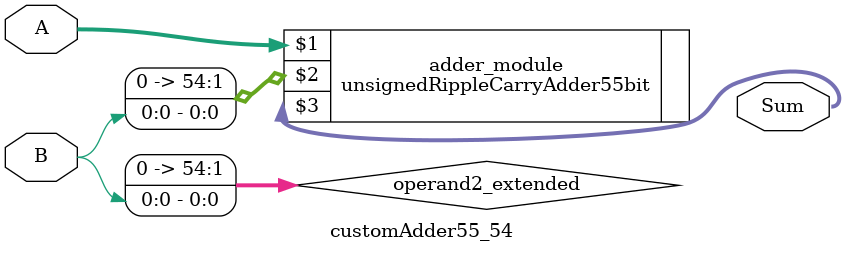
<source format=v>
module customAdder55_54(
                        input [54 : 0] A,
                        input [0 : 0] B,
                        
                        output [55 : 0] Sum
                );

        wire [54 : 0] operand2_extended;
        
        assign operand2_extended =  {54'b0, B};
        
        unsignedRippleCarryAdder55bit adder_module(
            A,
            operand2_extended,
            Sum
        );
        
        endmodule
        
</source>
